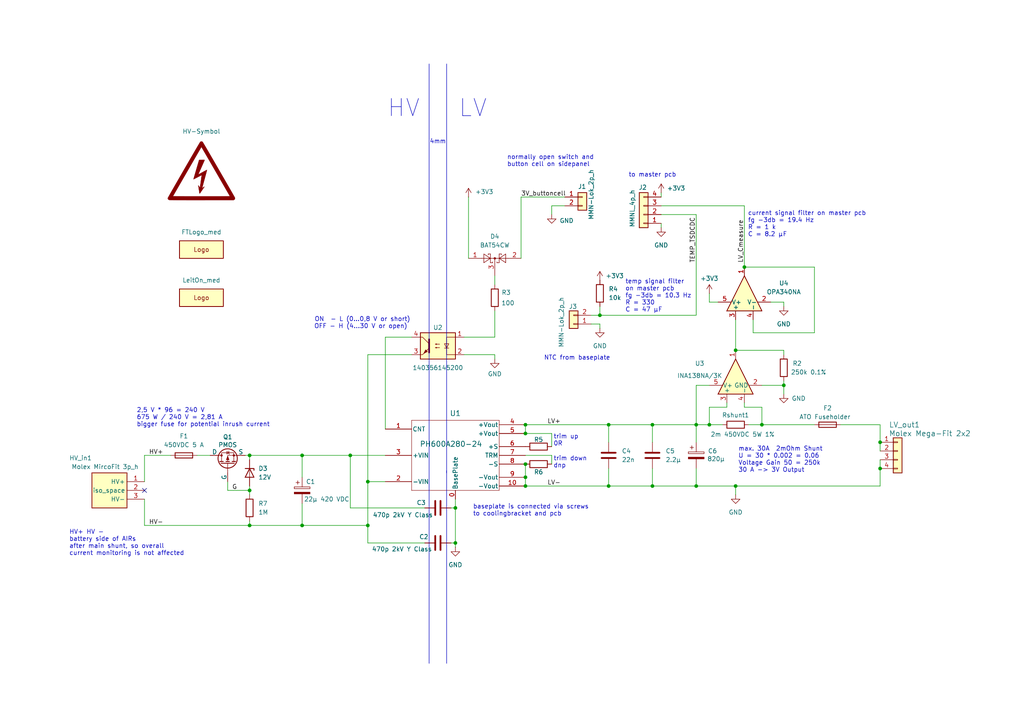
<source format=kicad_sch>
(kicad_sch (version 20231120) (generator "eeschema") (generator_version "8.0")
  (paper "A4")
  (title_block (title "TS-DCDC") (date "2024-12-12") (rev "0.5"))
  (lib_symbols
    (symbol "2024-11-18_21-41-11:PH600A280-24" (pin_names (offset 0.254))
      (property "Reference" "U1" (at 20.32 7.112 0))
      (property "Value" "PH600A280-24" (at 19.05 -1.778 0))
      (symbol "PH600A280-24_0_1"
        (polyline (pts (xy 7.62 -15.24) (xy 33.02 -15.24)) (stroke (width 0.127)))
        (polyline (pts (xy 7.62 5.08) (xy 7.62 -15.24)) (stroke (width 0.127)))
        (polyline (pts (xy 33.02 -15.24) (xy 33.02 5.08)) (stroke (width 0.127)))
        (polyline (pts (xy 33.02 5.08) (xy 7.62 5.08)) (stroke (width 0.127)))
      )
      (symbol "PH600A280-24_1_1"
        (pin passive line (at 20.32 -17.78 90) (length 2.54) (name "BasePlate") (number "0"))
        (pin input line (at 0 2.54 0) (length 7.62) (name "CNT") (number "1"))
        (pin power_out line (at 40.64 -13.97 180) (length 7.62) (name "-Vout") (number "10"))
        (pin power_in line (at 0 -12.7 0) (length 7.62) (name "-VIN") (number "2"))
        (pin power_in line (at 0 -5.08 0) (length 7.62) (name "+VIN") (number "3"))
        (pin power_out line (at 40.64 3.81 180) (length 7.62) (name "+Vout") (number "4"))
        (pin power_out line (at 40.64 1.27 180) (length 7.62) (name "+Vout") (number "5"))
        (pin input line (at 40.64 -2.54 180) (length 7.62) (name "+S") (number "6"))
        (pin input line (at 40.64 -5.08 180) (length 7.62) (name "TRM") (number "7"))
        (pin input line (at 40.64 -7.62 180) (length 7.62) (name "-S") (number "8"))
        (pin power_out line (at 40.64 -11.43 180) (length 7.62) (name "-Vout") (number "9"))
      )
    )
    (symbol "43650-0317:43650-0317"
      (property "Reference" "HV_in1" (at 10.16 -12.7 0))
      (property "Value" "43650-0317" (at 10.16 -10.16 0))
      (symbol "43650-0317_1_1"
        (rectangle (start 5.08 2.54) (end 15.24 -7.62) (stroke (width 0.254)) (fill (type background)))
        (pin power_out line (at 0 -5.08 0) (length 5.08) (name "HV+") (number "1"))
        (pin passive line (at 0 -2.54 0) (length 5.08) (name "iso_space") (number "2"))
        (pin power_out line (at 0 0 0) (length 5.08) (name "HV-") (number "3"))
      )
    )
    (symbol "Amplifier_Current:INA138" (pin_names (offset 0.127))
      (property "Reference" "U" (at 3.81 5.08 0))
      (property "Value" "INA138" (at 3.81 2.54 0))
      (symbol "INA138_0_1"
        (polyline (pts (xy -5.08 5.08) (xy 5.08 0) (xy -5.08 -5.08) (xy -5.08 5.08)) (stroke (width 0.254)) (fill (type background)))
      )
      (symbol "INA138_1_1"
        (pin output line (at 7.62 0 180) (length 2.54) (name "~") (number "1"))
        (pin power_in line (at -2.54 -7.62 90) (length 3.81) (name "GND") (number "2"))
        (pin input line (at -7.62 2.54 0) (length 2.54) (name "+") (number "3"))
        (pin input line (at -7.62 -2.54 0) (length 2.54) (name "-") (number "4"))
        (pin power_in line (at -2.54 7.62 270) (length 3.81) (name "V+") (number "5"))
      )
    )
    (symbol "Amplifier_Operational:OPA340NA" (pin_names (offset 0.127))
      (property "Reference" "U" (at -1.27 6.35 0))
      (property "Value" "OPA340NA" (at -1.27 3.81 0))
      (symbol "OPA340NA_0_1"
        (polyline (pts (xy -5.08 5.08) (xy 5.08 0) (xy -5.08 -5.08) (xy -5.08 5.08)) (stroke (width 0.254)) (fill (type background)))
        (pin power_in line (at -2.54 -7.62 90) (length 3.81) (name "V-") (number "2"))
        (pin power_in line (at -2.54 7.62 270) (length 3.81) (name "V+") (number "5"))
      )
      (symbol "OPA340NA_1_1"
        (pin output line (at 7.62 0 180) (length 2.54) (name "~") (number "1"))
        (pin input line (at -7.62 2.54 0) (length 2.54) (name "+") (number "3"))
        (pin input line (at -7.62 -2.54 0) (length 2.54) (name "-") (number "4"))
      )
    )
    (symbol "Connector_Generic:Conn_01x02" (pin_names (offset 1.016) hide)
      (property "Reference" "J" (at 0 2.54 0))
      (property "Value" "Conn_01x02" (at 0 -5.08 0))
      (symbol "Conn_01x02_1_1"
        (rectangle (start -1.27 -2.413) (end 0 -2.667) (stroke (width 0.1524)))
        (rectangle (start -1.27 0.127) (end 0 -0.127) (stroke (width 0.1524)))
        (rectangle (start -1.27 1.27) (end 1.27 -3.81) (stroke (width 0.254)) (fill (type background)))
        (pin passive line (at -5.08 0 0) (length 3.81) (name "Pin_1") (number "1"))
        (pin passive line (at -5.08 -2.54 0) (length 3.81) (name "Pin_2") (number "2"))
      )
    )
    (symbol "Connector_Generic:Conn_01x04" (pin_names (offset 1.016) hide)
      (property "Reference" "J" (at 0 5.08 0))
      (property "Value" "Conn_01x04" (at 0 -7.62 0))
      (symbol "Conn_01x04_1_1"
        (rectangle (start -1.27 -4.953) (end 0 -5.207) (stroke (width 0.1524)))
        (rectangle (start -1.27 -2.413) (end 0 -2.667) (stroke (width 0.1524)))
        (rectangle (start -1.27 0.127) (end 0 -0.127) (stroke (width 0.1524)))
        (rectangle (start -1.27 2.667) (end 0 2.413) (stroke (width 0.1524)))
        (rectangle (start -1.27 3.81) (end 1.27 -6.35) (stroke (width 0.254)) (fill (type background)))
        (pin passive line (at -5.08 2.54 0) (length 3.81) (name "Pin_1") (number "1"))
        (pin passive line (at -5.08 0 0) (length 3.81) (name "Pin_2") (number "2"))
        (pin passive line (at -5.08 -2.54 0) (length 3.81) (name "Pin_3") (number "3"))
        (pin passive line (at -5.08 -5.08 0) (length 3.81) (name "Pin_4") (number "4"))
      )
    )
    (symbol "Device:C" (pin_numbers hide) (pin_names (offset 0.254))
      (property "Reference" "C" (at 0.635 2.54 0))
      (property "Value" "C" (at 0.635 -2.54 0))
      (symbol "C_0_1"
        (polyline (pts (xy -2.032 -0.762) (xy 2.032 -0.762)) (stroke (width 0.508)))
        (polyline (pts (xy -2.032 0.762) (xy 2.032 0.762)) (stroke (width 0.508)))
      )
      (symbol "C_1_1"
        (pin passive line (at 0 3.81 270) (length 2.794) (name "~") (number "1"))
        (pin passive line (at 0 -3.81 90) (length 2.794) (name "~") (number "2"))
      )
    )
    (symbol "Device:C_Polarized" (pin_numbers hide) (pin_names (offset 0.254))
      (property "Reference" "C" (at 0.635 2.54 0))
      (property "Value" "C_Polarized" (at 0.635 -2.54 0))
      (symbol "C_Polarized_0_1"
        (rectangle (start -2.286 0.508) (end 2.286 1.016))
        (polyline (pts (xy -1.778 2.286) (xy -0.762 2.286)))
        (polyline (pts (xy -1.27 2.794) (xy -1.27 1.778)))
        (rectangle (start 2.286 -0.508) (end -2.286 -1.016) (fill (type outline)))
      )
      (symbol "C_Polarized_1_1"
        (pin passive line (at 0 3.81 270) (length 2.794) (name "~") (number "1"))
        (pin passive line (at 0 -3.81 90) (length 2.794) (name "~") (number "2"))
      )
    )
    (symbol "Device:D_Zener" (pin_numbers hide) (pin_names (offset 1.016) hide)
      (property "Reference" "D" (at 0 2.54 0))
      (property "Value" "D_Zener" (at 0 -2.54 0))
      (symbol "D_Zener_0_1"
        (polyline (pts (xy 1.27 0) (xy -1.27 0)))
        (polyline (pts (xy -1.27 -1.27) (xy -1.27 1.27) (xy -0.762 1.27)) (stroke (width 0.254)))
        (polyline (pts (xy 1.27 -1.27) (xy 1.27 1.27) (xy -1.27 0) (xy 1.27 -1.27)) (stroke (width 0.254)))
      )
      (symbol "D_Zener_1_1"
        (pin passive line (at -3.81 0 0) (length 2.54) (name "K") (number "1"))
        (pin passive line (at 3.81 0 180) (length 2.54) (name "A") (number "2"))
      )
    )
    (symbol "Device:Fuse" (pin_numbers hide) (pin_names (offset 0))
      (property "Reference" "F" (at 2.032 0 90))
      (property "Value" "Fuse" (at -1.905 0 90))
      (symbol "Fuse_0_1"
        (rectangle (start -0.762 -2.54) (end 0.762 2.54) (stroke (width 0.254)))
        (polyline (pts (xy 0 2.54) (xy 0 -2.54)))
      )
      (symbol "Fuse_1_1"
        (pin passive line (at 0 3.81 270) (length 1.27) (name "~") (number "1"))
        (pin passive line (at 0 -3.81 90) (length 1.27) (name "~") (number "2"))
      )
    )
    (symbol "Device:R" (pin_numbers hide) (pin_names (offset 0))
      (property "Reference" "R" (at 2.032 0 90))
      (property "Value" "R" (at 0 0 90))
      (symbol "R_0_1"
        (rectangle (start -1.016 -2.54) (end 1.016 2.54) (stroke (width 0.254)))
      )
      (symbol "R_1_1"
        (pin passive line (at 0 3.81 270) (length 1.27) (name "~") (number "1"))
        (pin passive line (at 0 -3.81 90) (length 1.27) (name "~") (number "2"))
      )
    )
    (symbol "Diode:BAT54CW" (pin_names (offset 1.016))
      (property "Reference" "D" (at 0.635 -3.81 0))
      (property "Value" "BAT54CW" (at -6.35 3.175 0))
      (symbol "BAT54CW_0_1"
        (polyline (pts (xy -1.905 0) (xy 1.905 0)))
        (polyline (pts (xy -1.905 1.27) (xy -1.905 1.016)))
        (polyline (pts (xy -1.27 -1.27) (xy -0.635 -1.27)))
        (polyline (pts (xy -1.27 0) (xy -3.81 0)))
        (polyline (pts (xy -1.27 1.27) (xy -1.905 1.27)))
        (polyline (pts (xy -1.27 1.27) (xy -1.27 -1.27)))
        (polyline (pts (xy -0.635 -1.27) (xy -0.635 -1.016)))
        (polyline (pts (xy 0.635 -1.27) (xy 0.635 -1.016)))
        (polyline (pts (xy 1.27 -1.27) (xy 0.635 -1.27)))
        (polyline (pts (xy 1.27 1.27) (xy 1.27 -1.27)))
        (polyline (pts (xy 1.27 1.27) (xy 1.905 1.27)))
        (polyline (pts (xy 1.905 1.27) (xy 1.905 1.016)))
        (polyline (pts (xy 3.81 0) (xy 1.27 0)))
        (polyline (pts (xy -3.175 -1.27) (xy -3.175 1.27) (xy -1.27 0) (xy -3.175 -1.27)))
        (polyline (pts (xy 3.175 -1.27) (xy 3.175 1.27) (xy 1.27 0) (xy 3.175 -1.27)))
        (circle (center 0 0) (radius 0.254) (fill (type outline)))
      )
      (symbol "BAT54CW_1_1"
        (pin passive line (at -7.62 0 0) (length 3.81) (name "~") (number "1"))
        (pin passive line (at 7.62 0 180) (length 3.81) (name "~") (number "2"))
        (pin passive line (at 0 -5.08 90) (length 5.08) (name "~") (number "3"))
      )
    )
    (symbol "FaSTTUBe_logos:FTLogo_med"
      (property "Value" "FTLogo_med" (at 0 -3.81 0))
      (symbol "FTLogo_med_0_0"
        (text "Logo" (at 0 0 0) (effects (font (size 1.27 1.27))))
      )
      (symbol "FTLogo_med_0_1"
        (rectangle (start -6.35 2.54) (end 6.35 -2.54) (stroke (width 0.254)) (fill (type background)))
      )
    )
    (symbol "FaSTTUBe_logos:HV-Symbol" (pin_names (offset 1.016))
      (property "Value" "HV-Symbol" (at 0 -10.16 0))
      (symbol "HV-Symbol_0_0"
        (polyline (pts (xy -0.4892 -6.6071) (xy -0.4759 -6.591) (xy -0.4273 -6.5255) (xy -0.3518 -6.4196) (xy -0.2542 -6.2805) (xy -0.1394 -6.1154) (xy -0.0124 -5.9317) (xy 0.1219 -5.7364) (xy 0.2585 -5.5367) (xy 0.3925 -5.34) (xy 0.5191 -5.1533) (xy 0.6332 -4.984) (xy 0.73 -4.8391) (xy 0.8045 -4.726) (xy 0.8518 -4.6518) (xy 0.8669 -4.6238) (xy 0.8391 -4.6326) (xy 0.7671 -4.6703) (xy 0.6626 -4.7309) (xy 0.537 -4.8081) (xy 0.4195 -4.881) (xy 0.3146 -4.9437) (xy 0.2421 -4.9843) (xy 0.2131 -4.9963) (xy 0.2151 -4.9851) (xy 0.2315 -4.9189) (xy 0.2631 -4.7973) (xy 0.3086 -4.6249) (xy 0.3669 -4.4065) (xy 0.4366 -4.1466) (xy 0.5165 -3.8499) (xy 0.6054 -3.521) (xy 0.702 -3.1645) (xy 0.8051 -2.7851) (xy 0.9135 -2.3873) (xy 0.9755 -2.1599) (xy 1.0812 -1.7709) (xy 1.1809 -1.4024) (xy 1.2735 -1.059) (xy 1.3576 -0.7454) (xy 1.432 -0.4663) (xy 1.4955 -0.2264) (xy 1.5468 -0.0304) (xy 1.5847 0.1171) (xy 1.6079 0.2112) (xy 1.6151 0.2474) (xy 1.6 0.2451) (xy 1.5342 0.2168) (xy 1.4215 0.1619) (xy 1.2678 0.0834) (xy 1.0788 -0.0157) (xy 0.8602 -0.1324) (xy 0.6178 -0.2637) (xy 0.3573 -0.4066) (xy 0.1726 -0.5084) (xy -0.0763 -0.6449) (xy -0.3032 -0.7687) (xy -0.5023 -0.8766) (xy -0.6678 -0.9654) (xy -0.7938 -1.0321) (xy -0.8747 -1.0735) (xy -0.9046 -1.0865) (xy -0.8996 -1.0709) (xy -0.8714 -1.0014) (xy -0.8205 -0.8806) (xy -0.7488 -0.7135) (xy -0.6586 -0.5046) (xy -0.5517 -0.2589) (xy -0.4304 0.0188) (xy -0.2967 0.3239) (xy -0.1526 0.6514) (xy -0.0003 0.9967) (xy 0.1049 1.235) (xy 0.253 1.5703) (xy 0.3921 1.8852) (xy 0.52 2.175) (xy 0.6346 2.4347) (xy 0.7337 2.6594) (xy 0.8152 2.8442) (xy 0.8769 2.9843) (xy 0.9167 3.0747) (xy 0.9323 3.1106) (xy 0.9309 3.1196) (xy 0.9051 3.1304) (xy 0.8453 3.1382) (xy 0.7454 3.1431) (xy 0.599 3.1453) (xy 0.4001 3.1453) (xy 0.1424 3.1431) (xy -0.6646 3.1344) (xy -1.4846 0.343) (xy -1.6044 -0.0656) (xy -1.7195 -0.4592) (xy -1.8277 -0.8304) (xy -1.9277 -1.1747) (xy -2.0183 -1.4878) (xy -2.0981 -1.7651) (xy -2.166 -2.0023) (xy -2.2206 -2.195) (xy -2.2606 -2.3386) (xy -2.2848 -2.4288) (xy -2.2919 -2.4611) (xy -2.286 -2.4597) (xy -2.2336 -2.4367) (xy -2.1322 -2.388) (xy -1.988 -2.3167) (xy -1.807 -2.2259) (xy -1.5954 -2.1186) (xy -1.3593 -1.998) (xy -1.1049 -1.867) (xy -0.9986 -1.8122) (xy -0.7512 -1.6851) (xy -0.5248 -1.5695) (xy -0.3256 -1.4685) (xy -0.1595 -1.3851) (xy -0.0328 -1.3225) (xy 0.0485 -1.2837) (xy 0.0782 -1.2717) (xy 0.0786 -1.2748) (xy 0.0749 -1.3248) (xy 0.063 -1.4299) (xy 0.0441 -1.5831) (xy 0.0189 -1.7774) (xy -0.0114 -2.0057) (xy -0.0458 -2.261) (xy -0.0835 -2.5363) (xy -0.1233 -2.8245) (xy -0.1644 -3.1186) (xy -0.2057 -3.4116) (xy -0.2463 -3.6965) (xy -0.2851 -3.9662) (xy -0.3212 -4.2137) (xy -0.3535 -4.432) (xy -0.3812 -4.614) (xy -0.4032 -4.7527) (xy -0.4186 -4.8411) (xy -0.4263 -4.8721) (xy -0.4486 -4.8511) (xy -0.4999 -4.7857) (xy -0.5714 -4.6867) (xy -0.6549 -4.5646) (xy -0.7311 -4.4535) (xy -0.805 -4.3514) (xy -0.8599 -4.282) (xy -0.8876 -4.2561) (xy -0.9014 -4.2806) (xy -0.8968 -4.3443) (xy -0.8924 -4.369) (xy -0.8778 -4.4566) (xy -0.8553 -4.5949) (xy -0.8262 -4.7758) (xy -0.792 -4.9906) (xy -0.7538 -5.2313) (xy -0.7132 -5.4892) (xy -0.6874 -5.6524) (xy -0.6486 -5.8965) (xy -0.6132 -6.1162) (xy -0.5826 -6.3034) (xy -0.558 -6.4502) (xy -0.5409 -6.5487) (xy -0.5324 -6.5909) (xy -0.521 -6.6112) (xy -0.4892 -6.6071)) (stroke (width 0.01)) (fill (type outline)))
        (polyline (pts (xy -0.7512 -8.4995) (xy 0.0488 -8.4991) (xy 9.3708 -8.4937) (xy 9.4936 -8.4173) (xy 9.5205 -8.3994) (xy 9.6443 -8.2757) (xy 9.7185 -8.1228) (xy 9.7386 -7.9548) (xy 9.6999 -7.7862) (xy 9.6933 -7.7735) (xy 9.6567 -7.7077) (xy 9.5896 -7.5892) (xy 9.4933 -7.4203) (xy 9.3691 -7.2031) (xy 9.2184 -6.9399) (xy 9.0425 -6.6332) (xy 8.8426 -6.285) (xy 8.6201 -5.8977) (xy 8.3763 -5.4736) (xy 8.1124 -5.015) (xy 7.8299 -4.524) (xy 7.53 -4.0031) (xy 7.2139 -3.4544) (xy 6.8831 -2.8803) (xy 6.5389 -2.283) (xy 6.1825 -1.6649) (xy 5.8152 -1.028) (xy 5.4384 -0.3749) (xy 5.0534 0.2924) (xy 4.7596 0.8012) (xy 4.2896 1.615) (xy 3.843 2.3874) (xy 3.4206 3.1175) (xy 3.0228 3.8044) (xy 2.6502 4.447) (xy 2.3033 5.0445) (xy 1.9827 5.5959) (xy 1.6889 6.1003) (xy 1.4225 6.5568) (xy 1.184 6.9643) (xy 0.9739 7.3221) (xy 0.7929 7.6291) (xy 0.6414 7.8844) (xy 0.52 8.0871) (xy 0.4293 8.2362) (xy 0.3697 8.3308) (xy 0.3419 8.37) (xy 0.2962 8.4088) (xy 0.1437 8.4869) (xy -0.0205 8.5068) (xy -0.1836 8.4683) (xy -0.3328 8.3714) (xy -0.3337 8.3705) (xy -0.3625 8.329) (xy -0.4218 8.2342) (xy -0.5102 8.0888) (xy -0.626 7.8955) (xy -0.7675 7.657) (xy -0.9334 7.3761) (xy -1.1219 7.0555) (xy -1.3314 6.698) (xy -1.5605 6.3063) (xy -1.8075 5.8832) (xy -2.0709 5.4313) (xy -2.349 4.9534) (xy -2.6402 4.4523) (xy -2.9431 3.9307) (xy -3.256 3.3913) (xy -3.5774 2.8369) (xy -3.9055 2.2702) (xy -4.239 1.6939) (xy -4.5762 1.1108) (xy -4.9154 0.5236) (xy -5.2553 -0.0649) (xy -5.594 -0.6521) (xy -5.9301 -1.2351) (xy -6.2621 -1.8112) (xy -6.5882 -2.3777) (xy -6.9069 -2.9319) (xy -7.2167 -3.471) (xy -7.516 -3.9923) (xy -7.8032 -4.493) (xy -8.0766 -4.9704) (xy -8.3348 -5.4218) (xy -8.5761 -5.8444) (xy -8.799 -6.2355) (xy -9.0019 -6.5924) (xy -9.1832 -6.9122) (xy -9.3412 -7.1924) (xy -9.4624 -7.4082) (xy -8.2772 -7.4082) (xy -8.2597 -7.3762) (xy -8.2115 -7.291) (xy -8.1342 -7.1555) (xy -8.0294 -6.9726) (xy -7.8989 -6.7452) (xy -7.7442 -6.4761) (xy -7.5671 -6.1683) (xy -7.3692 -5.8245) (xy -7.1521 -5.4478) (xy -6.9176 -5.041) (xy -6.6673 -4.6069) (xy -6.4029 -4.1484) (xy -6.1259 -3.6685) (xy -5.8382 -3.1699) (xy -5.5414 -2.6556) (xy -5.237 -2.1285) (xy -4.9268 -1.5914) (xy -4.6125 -1.0472) (xy -4.2957 -0.4988) (xy -3.9781 0.0509) (xy -3.6613 0.599) (xy -3.347 1.1428) (xy -3.0369 1.6792) (xy -2.7327 2.2054) (xy -2.4359 2.7185) (xy -2.1483 3.2157) (xy -1.8715 3.6941) (xy -1.6072 4.1507) (xy -1.357 4.5828) (xy -1.1227 4.9874) (xy -0.9058 5.3616) (xy -0.7081 5.7026) (xy -0.5312 6.0075) (xy -0.3768 6.2734) (xy -0.2465 6.4974) (xy -0.142 6.6766) (xy -0.065 6.8083) (xy -0.0171 6.8894) (xy 0 6.9171) (xy 0.0002 6.917) (xy 0.0191 6.8867) (xy 0.0688 6.803) (xy 0.1474 6.669) (xy 0.2535 6.4875) (xy 0.3853 6.2614) (xy 0.5411 5.9935) (xy 0.7192 5.6868) (xy 0.9181 5.3441) (xy 1.1361 4.9683) (xy 1.3714 4.5623) (xy 1.6225 4.129) (xy 1.8876 3.6712) (xy 2.1651 3.1917) (xy 2.4534 2.6936) (xy 2.7507 2.1797) (xy 3.0554 1.6528) (xy 3.3659 1.1159) (xy 3.6804 0.5717) (xy 3.9974 0.0233) (xy 4.3151 -0.5266) (xy 4.632 -1.0751) (xy 4.9462 -1.6192) (xy 5.2562 -2.1561) (xy 5.5603 -2.6829) (xy 5.8568 -3.1968) (xy 6.1442 -3.6948) (xy 6.4206 -4.1741) (xy 6.6844 -4.6318) (xy 6.9341 -5.065) (xy 7.1679 -5.4708) (xy 7.3841 -5.8465) (xy 7.5811 -6.189) (xy 7.7572 -6.4955) (xy 7.9109 -6.7631) (xy 8.0403 -6.989) (xy 8.1438 -7.1703) (xy 8.2198 -7.304) (xy 8.2667 -7.3874) (xy 8.2827 -7.4175) (xy 8.2727 -7.4185) (xy 8.2056 -7.4203) (xy 8.0779 -7.422) (xy 7.8921 -7.4237) (xy 7.6511 -7.4253) (xy 7.3575 -7.4269) (xy 7.0141 -7.4284) (xy 6.6236 -7.4298) (xy 6.1887 -7.4311) (xy 5.7121 -7.4324) (xy 5.1966 -7.4335) (xy 4.6448 -7.4345) (xy 4.0596 -7.4354) (xy 3.4436 -7.4362) (xy 2.7996 -7.4369) (xy 2.1302 -7.4374) (xy 1.4382 -7.4378) (xy 0.7264 -7.438) (xy -0.0027 -7.4381) (xy -0.309 -7.4381) (xy -1.147 -7.4379) (xy -1.9474 -7.4374) (xy -2.7085 -7.4368) (xy -3.4285 -7.4359) (xy -4.1058 -7.4349) (xy -4.7386 -7.4336) (xy -5.3253 -7.4322) (xy -5.8641 -7.4305) (xy -6.3533 -7.4287) (xy -6.7913 -7.4267) (xy -7.1762 -7.4245) (xy -7.5064 -7.4222) (xy -7.7802 -7.4197) (xy -7.9959 -7.417) (xy -8.1518 -7.4142) (xy -8.2461 -7.4113) (xy -8.2772 -7.4082) (xy -9.4624 -7.4082) (xy -9.4746 -7.43) (xy -9.5816 -7.6225) (xy -9.6606 -7.7671) (xy -9.7102 -7.8609) (xy -9.7287 -7.9014) (xy -9.7289 -7.9026) (xy -9.7335 -8.0172) (xy -9.7143 -8.1285) (xy -9.6792 -8.2033) (xy -9.5907 -8.3193) (xy -9.4796 -8.4176) (xy -9.3676 -8.4762) (xy -9.3591 -8.4772) (xy -9.2932 -8.4796) (xy -9.1659 -8.4819) (xy -8.9795 -8.484) (xy -8.7364 -8.4861) (xy -8.4391 -8.488) (xy -8.09 -8.4898) (xy -7.6916 -8.4915) (xy -7.2463 -8.493) (xy -6.7565 -8.4944) (xy -6.2247 -8.4957) (xy -5.6534 -8.4968) (xy -5.045 -8.4977) (xy -4.4018 -8.4984) (xy -3.7264 -8.499) (xy -3.0212 -8.4994) (xy -2.2887 -8.4997) (xy -1.5312 -8.4997) (xy -0.7512 -8.4995)) (stroke (width 0.01)) (fill (type outline)))
      )
    )
    (symbol "FaSTTUBe_logos:LeitOn_med"
      (property "Value" "LeitOn_med" (at 0 -3.81 0))
      (symbol "LeitOn_med_0_0"
        (text "Logo" (at 0 0 0) (effects (font (size 1.27 1.27))))
      )
      (symbol "LeitOn_med_0_1"
        (rectangle (start -6.35 2.54) (end 6.35 -2.54) (stroke (width 0.254)) (fill (type background)))
      )
    )
    (symbol "Relay_SolidState:34.81-7048"
      (property "Reference" "U2" (at 0 5.334 0))
      (property "Value" "140356145200" (at 0 -6.35 0))
      (symbol "34.81-7048_0_1"
        (rectangle (start -5.08 3.81) (end 5.08 -3.81) (stroke (width 0.254)) (fill (type background)))
        (polyline (pts (xy -3.175 -0.635) (xy -1.905 -0.635)))
        (polyline (pts (xy 2.54 1.905) (xy 2.54 -1.905) (xy 2.54 -1.905)) (stroke (width 0.508)))
        (polyline (pts (xy -5.08 2.54) (xy -2.54 2.54) (xy -2.54 -2.54) (xy -5.08 -2.54)))
        (polyline (pts (xy -2.54 -0.635) (xy -3.175 0.635) (xy -1.905 0.635) (xy -2.54 -0.635)))
        (polyline (pts (xy -0.508 -0.508) (xy 0.762 -0.508) (xy 0.381 -0.635) (xy 0.381 -0.381) (xy 0.762 -0.508)))
        (polyline (pts (xy -0.508 0.508) (xy 0.762 0.508) (xy 0.381 0.381) (xy 0.381 0.635) (xy 0.762 0.508)))
        (polyline (pts (xy 3.048 -1.651) (xy 3.556 -1.143) (xy 4.064 -2.159) (xy 3.048 -1.651) (xy 3.048 -1.651)) (fill (type outline)))
        (polyline (pts (xy 5.08 2.54) (xy 4.445 2.54) (xy 2.54 0.635) (xy 2.54 -0.635) (xy 4.445 -2.54) (xy 5.08 -2.54)))
      )
      (symbol "34.81-7048_1_1"
        (pin passive line (at -7.62 2.54 0) (length 2.54) (name "") (number "1"))
        (pin passive line (at -7.62 -2.54 0) (length 2.54) (name "~") (number "2"))
        (pin passive line (at 7.62 -2.54 180) (length 2.54) (name "~") (number "3"))
        (pin passive line (at 7.62 2.54 180) (length 2.54) (name "~") (number "4"))
      )
    )
    (symbol "Simulation_SPICE:PMOS" (pin_numbers hide) (pin_names (offset 0))
      (property "Reference" "Q" (at 5.08 1.27 0))
      (property "Value" "PMOS" (at 5.08 -1.27 0))
      (symbol "PMOS_0_1"
        (polyline (pts (xy 0.254 0) (xy -2.54 0)))
        (polyline (pts (xy 0.254 1.905) (xy 0.254 -1.905)) (stroke (width 0.254)))
        (polyline (pts (xy 0.762 -1.27) (xy 0.762 -2.286)) (stroke (width 0.254)))
        (polyline (pts (xy 0.762 0.508) (xy 0.762 -0.508)) (stroke (width 0.254)))
        (polyline (pts (xy 0.762 2.286) (xy 0.762 1.27)) (stroke (width 0.254)))
        (polyline (pts (xy 2.54 2.54) (xy 2.54 1.778)))
        (polyline (pts (xy 2.54 -2.54) (xy 2.54 0) (xy 0.762 0)))
        (polyline (pts (xy 0.762 1.778) (xy 3.302 1.778) (xy 3.302 -1.778) (xy 0.762 -1.778)))
        (polyline (pts (xy 2.286 0) (xy 1.27 0.381) (xy 1.27 -0.381) (xy 2.286 0)) (fill (type outline)))
        (polyline (pts (xy 2.794 -0.508) (xy 2.921 -0.381) (xy 3.683 -0.381) (xy 3.81 -0.254)))
        (polyline (pts (xy 3.302 -0.381) (xy 2.921 0.254) (xy 3.683 0.254) (xy 3.302 -0.381)))
        (circle (center 1.651 0) (radius 2.794) (stroke (width 0.254)))
        (circle (center 2.54 -1.778) (radius 0.254) (fill (type outline)))
        (circle (center 2.54 1.778) (radius 0.254) (fill (type outline)))
      )
      (symbol "PMOS_1_1"
        (pin passive line (at 2.54 5.08 270) (length 2.54) (name "D") (number "1"))
        (pin input line (at -5.08 0 0) (length 2.54) (name "G") (number "2"))
        (pin passive line (at 2.54 -5.08 90) (length 2.54) (name "S") (number "3"))
      )
    )
    (symbol "power:+3V3" (power) (pin_numbers hide) (pin_names (offset 0) hide)
      (property "Value" "+3V3" (at 0 3.556 0))
      (symbol "+3V3_0_1"
        (polyline (pts (xy -0.762 1.27) (xy 0 2.54)))
        (polyline (pts (xy 0 0) (xy 0 2.54)))
        (polyline (pts (xy 0 2.54) (xy 0.762 1.27)))
      )
      (symbol "+3V3_1_1"
        (pin power_in line (at 0 0 90) (length 0) (name "~") (number "1"))
      )
    )
    (symbol "power:GND" (power) (pin_numbers hide) (pin_names (offset 0) hide)
      (property "Value" "GND" (at 0 -3.81 0))
      (symbol "GND_0_1"
        (polyline (pts (xy 0 0) (xy 0 -1.27) (xy 1.27 -1.27) (xy 0 -2.54) (xy -1.27 -1.27) (xy 0 -1.27)))
      )
      (symbol "GND_1_1"
        (pin power_in line (at 0 0 270) (length 0) (name "~") (number "1"))
      )
    )
  )
  (junction (at 213.36 140.97))
  (junction (at 189.23 140.97))
  (junction (at 201.93 140.97))
  (junction (at 106.68 139.7))
  (junction (at 87.63 152.4))
  (junction (at 152.4 134.62))
  (junction (at 189.23 123.19))
  (junction (at 152.4 125.73))
  (junction (at 176.53 123.19))
  (junction (at 152.4 138.43))
  (junction (at 213.36 101.6))
  (junction (at 152.4 123.19))
  (junction (at 132.08 157.48))
  (junction (at 106.68 152.4))
  (junction (at 152.4 140.97))
  (junction (at 72.39 132.08))
  (junction (at 72.39 142.24))
  (junction (at 205.74 123.19))
  (junction (at 201.93 123.19))
  (junction (at 176.53 140.97))
  (junction (at 255.27 135.89))
  (junction (at 72.39 152.4))
  (junction (at 173.99 91.44))
  (junction (at 220.98 123.19))
  (junction (at 255.27 128.27))
  (junction (at 132.08 147.32))
  (junction (at 215.9 77.47))
  (junction (at 101.6 132.08))
  (junction (at 227.33 111.76))
  (junction (at 87.63 132.08))
  (no_connect (at 41.91 142.24))
  (wire (pts (xy 213.36 140.97) (xy 213.36 143.51)))
  (wire (pts (xy 160.02 125.73) (xy 152.4 125.73)))
  (wire (pts (xy 151.13 57.15) (xy 151.13 74.93)))
  (wire (pts (xy 191.77 59.69) (xy 215.9 59.69)))
  (wire (pts (xy 41.91 152.4) (xy 41.91 144.78)))
  (wire (pts (xy 176.53 123.19) (xy 176.53 128.27)))
  (wire (pts (xy 176.53 135.89) (xy 176.53 140.97)))
  (wire (pts (xy 111.76 97.79) (xy 111.76 124.46)))
  (wire (pts (xy 160.02 59.69) (xy 160.02 62.23)))
  (wire (pts (xy 201.93 123.19) (xy 205.74 123.19)))
  (wire (pts (xy 201.93 111.76) (xy 205.74 111.76)))
  (wire (pts (xy 106.68 139.7) (xy 111.76 139.7)))
  (wire (pts (xy 151.13 57.15) (xy 163.83 57.15)))
  (wire (pts (xy 132.08 157.48) (xy 130.81 157.48)))
  (wire (pts (xy 106.68 139.7) (xy 106.68 152.4)))
  (wire (pts (xy 201.93 62.23) (xy 201.93 91.44)))
  (wire (pts (xy 173.99 93.98) (xy 171.45 93.98)))
  (wire (pts (xy 143.51 80.01) (xy 143.51 82.55)))
  (wire (pts (xy 205.74 123.19) (xy 209.55 123.19)))
  (wire (pts (xy 134.62 102.87) (xy 143.51 102.87)))
  (wire (pts (xy 134.62 97.79) (xy 143.51 97.79)))
  (wire (pts (xy 201.93 111.76) (xy 201.93 123.19)))
  (wire (pts (xy 210.82 116.84) (xy 210.82 118.11)))
  (wire (pts (xy 210.82 118.11) (xy 205.74 118.11)))
  (wire (pts (xy 135.89 57.15) (xy 135.89 74.93)))
  (wire (pts (xy 218.44 96.52) (xy 236.22 96.52)))
  (wire (pts (xy 243.84 123.19) (xy 255.27 123.19)))
  (wire (pts (xy 227.33 111.76) (xy 227.33 114.3)))
  (wire (pts (xy 152.4 123.19) (xy 176.53 123.19)))
  (polyline (pts (xy 124.46 18.542) (xy 124.46 192.405)))
  (wire (pts (xy 160.02 132.08) (xy 160.02 134.62)))
  (wire (pts (xy 208.28 87.63) (xy 205.74 87.63)))
  (wire (pts (xy 191.77 66.04) (xy 191.77 64.77)))
  (wire (pts (xy 152.4 138.43) (xy 152.4 134.62)))
  (wire (pts (xy 41.91 152.4) (xy 72.39 152.4)))
  (wire (pts (xy 132.08 147.32) (xy 132.08 157.48)))
  (wire (pts (xy 220.98 118.11) (xy 220.98 123.19)))
  (wire (pts (xy 255.27 128.27) (xy 255.27 130.81)))
  (wire (pts (xy 227.33 88.9) (xy 227.33 87.63)))
  (wire (pts (xy 71.12 132.08) (xy 72.39 132.08)))
  (wire (pts (xy 72.39 133.35) (xy 72.39 132.08)))
  (wire (pts (xy 72.39 143.51) (xy 72.39 142.24)))
  (wire (pts (xy 66.04 139.7) (xy 66.04 142.24)))
  (wire (pts (xy 106.68 152.4) (xy 106.68 157.48)))
  (wire (pts (xy 189.23 140.97) (xy 201.93 140.97)))
  (wire (pts (xy 213.36 92.71) (xy 213.36 101.6)))
  (wire (pts (xy 213.36 140.97) (xy 255.27 140.97)))
  (wire (pts (xy 173.99 88.9) (xy 173.99 91.44)))
  (wire (pts (xy 72.39 152.4) (xy 87.63 152.4)))
  (wire (pts (xy 173.99 91.44) (xy 201.93 91.44)))
  (wire (pts (xy 189.23 123.19) (xy 189.23 128.27)))
  (wire (pts (xy 220.98 111.76) (xy 227.33 111.76)))
  (wire (pts (xy 189.23 135.89) (xy 189.23 140.97)))
  (wire (pts (xy 201.93 135.89) (xy 201.93 140.97)))
  (wire (pts (xy 220.98 118.11) (xy 215.9 118.11)))
  (wire (pts (xy 87.63 152.4) (xy 106.68 152.4)))
  (wire (pts (xy 106.68 102.87) (xy 119.38 102.87)))
  (wire (pts (xy 87.63 132.08) (xy 101.6 132.08)))
  (wire (pts (xy 132.08 144.78) (xy 132.08 147.32)))
  (polyline (pts (xy 129.54 136.525) (xy 129.54 192.405)))
  (wire (pts (xy 152.4 123.19) (xy 152.4 125.73)))
  (wire (pts (xy 87.63 132.08) (xy 87.63 138.43)))
  (wire (pts (xy 191.77 57.15) (xy 191.77 55.88)))
  (wire (pts (xy 236.22 77.47) (xy 215.9 77.47)))
  (wire (pts (xy 72.39 142.24) (xy 72.39 140.97)))
  (wire (pts (xy 205.74 118.11) (xy 205.74 123.19)))
  (wire (pts (xy 101.6 132.08) (xy 111.76 132.08)))
  (wire (pts (xy 106.68 102.87) (xy 106.68 139.7)))
  (wire (pts (xy 236.22 96.52) (xy 236.22 77.47)))
  (wire (pts (xy 60.96 132.08) (xy 57.15 132.08)))
  (wire (pts (xy 72.39 132.08) (xy 87.63 132.08)))
  (wire (pts (xy 163.83 59.69) (xy 160.02 59.69)))
  (wire (pts (xy 152.4 132.08) (xy 160.02 132.08)))
  (wire (pts (xy 176.53 123.19) (xy 189.23 123.19)))
  (wire (pts (xy 227.33 87.63) (xy 223.52 87.63)))
  (wire (pts (xy 173.99 91.44) (xy 171.45 91.44)))
  (wire (pts (xy 72.39 151.13) (xy 72.39 152.4)))
  (wire (pts (xy 201.93 140.97) (xy 213.36 140.97)))
  (wire (pts (xy 217.17 123.19) (xy 220.98 123.19)))
  (wire (pts (xy 215.9 59.69) (xy 215.9 77.47)))
  (wire (pts (xy 152.4 140.97) (xy 176.53 140.97)))
  (polyline (pts (xy 129.54 18.542) (xy 129.54 137.16)))
  (wire (pts (xy 123.19 147.32) (xy 101.6 147.32)))
  (wire (pts (xy 152.4 140.97) (xy 152.4 138.43)))
  (wire (pts (xy 255.27 133.35) (xy 255.27 135.89)))
  (wire (pts (xy 66.04 142.24) (xy 72.39 142.24)))
  (wire (pts (xy 176.53 140.97) (xy 189.23 140.97)))
  (wire (pts (xy 173.99 93.98) (xy 173.99 95.25)))
  (wire (pts (xy 215.9 118.11) (xy 215.9 116.84)))
  (wire (pts (xy 255.27 135.89) (xy 255.27 140.97)))
  (wire (pts (xy 189.23 123.19) (xy 201.93 123.19)))
  (wire (pts (xy 143.51 97.79) (xy 143.51 90.17)))
  (wire (pts (xy 132.08 147.32) (xy 130.81 147.32)))
  (wire (pts (xy 132.08 158.75) (xy 132.08 157.48)))
  (wire (pts (xy 101.6 147.32) (xy 101.6 132.08)))
  (wire (pts (xy 106.68 157.48) (xy 123.19 157.48)))
  (wire (pts (xy 111.76 97.79) (xy 119.38 97.79)))
  (wire (pts (xy 227.33 101.6) (xy 227.33 102.87)))
  (wire (pts (xy 220.98 123.19) (xy 236.22 123.19)))
  (wire (pts (xy 41.91 132.08) (xy 49.53 132.08)))
  (wire (pts (xy 213.36 101.6) (xy 227.33 101.6)))
  (wire (pts (xy 205.74 87.63) (xy 205.74 85.09)))
  (wire (pts (xy 41.91 132.08) (xy 41.91 139.7)))
  (wire (pts (xy 255.27 123.19) (xy 255.27 128.27)))
  (wire (pts (xy 227.33 110.49) (xy 227.33 111.76)))
  (wire (pts (xy 201.93 62.23) (xy 191.77 62.23)))
  (wire (pts (xy 218.44 96.52) (xy 218.44 92.71)))
  (wire (pts (xy 87.63 152.4) (xy 87.63 146.05)))
  (wire (pts (xy 143.51 102.87) (xy 143.51 104.14)))
  (wire (pts (xy 160.02 129.54) (xy 160.02 125.73)))
  (wire (pts (xy 201.93 123.19) (xy 201.93 128.27)))
  (text "trim down\ndnp" (at 160.528 134.112 0) (effects (font (size 1.27 1.27)) (justify left)))
  (text " ON  - L (0...0,8 V or short)\nOFF - H (4...30 V or open)" (at 104.648 93.726 0) (effects (font (size 1.27 1.27))))
  (text "max. 30A  2mOhm Shunt \nU = 30 * 0.002 = 0.06\nVoltage Gain 50 = 250k\n30 A -> 3V Output\n" (at 214.122 133.35 0) (effects (font (size 1.27 1.27)) (justify left)))
  (text "trim up\n0R" (at 160.528 127.762 0) (effects (font (size 1.27 1.27)) (justify left)))
  (text "2,5 V * 96 = 240 V\n675 W / 240 V = 2,81 A\nbigger fuse for potential inrush current\n\n" (at 39.624 122.174 0) (effects (font (size 1.27 1.27)) (justify left)))
  (text "current signal filter on master pcb\nfg -3db = 19.4 Hz\nR = 1 k\nC = 8.2 µF\n" (at 216.916 65.024 0) (effects (font (size 1.27 1.27)) (justify left)))
  (text "LV" (at 137.16 31.496 0) (effects (font (size 5 5))))
  (text "4mm" (at 127 41.148 0) (effects (font (size 1.27 1.27))))
  (text "normally open switch and\nbutton cell on sidepanel\n " (at 147.066 44.958 0) (effects (font (size 1.27 1.27)) (justify left top)))
  (text "NTC from baseplate" (at 167.386 103.886 0) (effects (font (size 1.27 1.27))))
  (text "HV" (at 117.094 31.496 0) (effects (font (size 5 5))))
  (text "HV+ HV -\nbattery side of AIRs\nafter main shunt, so overall \ncurrent monitoring is not affected" (at 20.066 157.48 0) (effects (font (size 1.27 1.27)) (justify left)))
  (text "to master pcb" (at 189.23 50.8 0) (effects (font (size 1.27 1.27))))
  (text "baseplate is connected via screws\nto coolingbracket and pcb\n" (at 137.16 148.082 0) (effects (font (size 1.27 1.27)) (justify left)))
  (text "temp signal filter \non master pcb\nfg -3db = 10.3 Hz\nR = 330\nC = 47 µF" (at 181.356 85.852 0) (effects (font (size 1.27 1.27)) (justify left)))
  (label "LV+" (at 158.75 123.19 0))
  (label "LV-" (at 158.75 140.97 0))
  (label "TEMP_TSDCDC" (at 201.93 76.2 90))
  (label "G" (at 67.31 142.24 0))
  (label "LV_Cmeasure" (at 215.9 76.2 90))
  (label "3V_buttoncell" (at 151.13 57.15 0))
  (label "HV+" (at 43.18 132.08 0))
  (label "HV-" (at 43.18 152.4 0))
  (symbol (lib_id "Device:C") (at 176.53 132.08 0) (unit 1)
    (property "Reference" "C4" (at 180.34 130.8099 0) (effects (justify left)))
    (property "Value" "22n" (at 180.34 133.3499 0) (effects (justify left)))
    (property "Footprint" "Capacitor_SMD:C_1206_3216Metric" (effects (hide yes)))
    (property "Description" "Unpolarized capacitor" (effects (hide yes)))
  )
  (symbol (lib_id "Device:R") (at 72.39 147.32 0) (unit 1)
    (property "Reference" "R7" (at 74.93 146.0499 0) (effects (justify left)))
    (property "Value" "1M" (at 74.93 148.5899 0) (effects (justify left)))
    (property "Footprint" "Resistor_SMD:R_0603_1608Metric" (effects (hide yes)))
    (property "Description" "Resistor" (effects (hide yes)))
  )
  (symbol (lib_id "Connector_Generic:Conn_01x04") (at 186.69 62.23 180) (unit 1)
    (property "Reference" "J2" (at 186.436 54.356 0))
    (property "Value" "MMNL_4p_h" (at 183.388 60.452 90))
    (property "Footprint" "FaSTTUBe_connectors:Micro_Mate-N-Lok_4p_horizontal" (effects (hide yes)))
    (property "Description" "Generic connector, single row, 01x04, script generated (kicad-library-utils/schlib/autogen/connector/)" (effects (hide yes)))
  )
  (symbol (lib_id "power:GND") (at 213.36 143.51 0) (unit 1)
    (property "Reference" "#PWR01" (effects (hide yes)))
    (property "Value" "GND" (at 213.36 148.59 0))
    (property "Description" "Power symbol creates a global label with name \"GND\" , ground" (effects (hide yes)))
  )
  (symbol (lib_id "Device:D_Zener") (at 72.39 137.16 270) (unit 1)
    (property "Reference" "D3" (at 74.93 135.8899 90) (effects (justify left)))
    (property "Value" "12V" (at 74.93 138.4299 90) (effects (justify left)))
    (property "Footprint" "Diode_SMD:D_SOD-323" (effects (hide yes)))
    (property "Datasheet" "https://assets.nexperia.com/documents/data-sheet/PDZ-B_SER.pdf" (effects (hide yes)))
    (property "Description" "Zener diode" (effects (hide yes)))
  )
  (symbol (lib_id "power:+3V3") (at 191.77 55.88 0) (mirror y) (unit 1)
    (property "Reference" "#PWR05" (effects (hide yes)))
    (property "Value" "+3V3" (at 196.088 54.61 0))
    (property "Description" "Power symbol creates a global label with name \"+3V3\"" (effects (hide yes)))
  )
  (symbol (lib_id "Amplifier_Operational:OPA340NA") (at 215.9 85.09 90) (unit 1)
    (property "Reference" "U4" (at 227.33 82.1338 90))
    (property "Value" "OPA340NA" (at 227.33 84.6738 90))
    (property "Footprint" "Package_TO_SOT_SMD:SOT-23-5" (effects (hide yes)))
    (property "Datasheet" "http://www.ti.com/lit/ds/symlink/opa340.pdf" (effects (hide yes)))
    (property "Description" "Single Single-Supply, Rail-to-Rail Operational Amplifier, MicroAmplifier Series, SOT-23-5" (effects (hide yes)))
  )
  (symbol (lib_id "Device:C_Polarized") (at 87.63 142.24 0) (unit 1)
    (property "Reference" "C1" (at 91.44 139.7 0) (effects (justify right)))
    (property "Value" "22µ 420 VDC" (at 101.346 144.78 0) (effects (justify right)))
    (property "Footprint" "footprints:CAPPRD500W60D1275H2200" (effects (hide yes)))
    (property "Datasheet" "https://www.mouser.de/datasheet/2/293/e_ucy-3082387.pdf" (effects (hide yes)))
    (property "Description" "Polarized capacitor" (effects (hide yes)))
  )
  (symbol (lib_id "Device:C") (at 127 157.48 90) (unit 1)
    (property "Reference" "C2" (at 122.936 155.702 90))
    (property "Value" "470p 2kV Y Class" (at 116.586 159.258 90))
    (property "Footprint" "Capacitor_SMD:C_2220_5750Metric" (effects (hide yes)))
    (property "Datasheet" "https://www.vishay.com/docs/45255/vjsafetycertcaps.pdf" (effects (hide yes)))
    (property "Description" "Unpolarized capacitor" (effects (hide yes)))
  )
  (symbol (lib_id "2024-11-18_21-41-11:PH600A280-24") (at 111.76 127 0) (unit 1)
    (property "Reference" "U1" (at 132.08 119.888 0) (effects (font (size 1.524 1.524))))
    (property "Value" "PH600A280-24" (at 130.81 128.778 0) (effects (font (size 1.524 1.524))))
    (property "Footprint" "footprints:PH300A_thru_PH600A_TDK" (effects (hide yes)))
    (property "Datasheet" "PH600A280-24" (effects (hide yes)))
  )
  (symbol (lib_id "Device:R") (at 156.21 134.62 90) (unit 1)
    (property "Reference" "R6" (at 156.21 136.906 90))
    (property "Value" "R" (effects (hide yes)))
    (property "Footprint" "Resistor_SMD:R_0603_1608Metric" (effects (hide yes)))
    (property "Description" "Resistor" (effects (hide yes)))
  )
  (symbol (lib_id "power:+3V3") (at 173.99 81.28 0) (mirror y) (unit 1)
    (property "Reference" "#PWR08" (effects (hide yes)))
    (property "Value" "+3V3" (at 178.308 80.01 0))
    (property "Description" "Power symbol creates a global label with name \"+3V3\"" (effects (hide yes)))
  )
  (symbol (lib_id "FaSTTUBe_logos:HV-Symbol") (at 58.42 49.53 0) (unit 1)
    (property "Reference" "#Logo2" (effects (hide yes)))
    (property "Value" "HV-Symbol" (at 58.4225 38.1 0))
    (property "Footprint" "FaSTTUBe_logos:HV-Warning" (effects (hide yes)))
  )
  (symbol (lib_id "power:GND") (at 227.33 114.3 0) (unit 1)
    (property "Reference" "#PWR02" (effects (hide yes)))
    (property "Value" "GND" (at 231.648 115.57 0))
    (property "Description" "Power symbol creates a global label with name \"GND\" , ground" (effects (hide yes)))
  )
  (symbol (lib_id "FaSTTUBe_logos:LeitOn_med") (at 58.42 86.36 0) (unit 1)
    (property "Reference" "#Logo3" (effects (hide yes)))
    (property "Value" "LeitOn_med" (at 58.42 81.28 0))
    (property "Footprint" "FaSTTUBe_logos:LeitOn_medium" (effects (hide yes)))
  )
  (symbol (lib_id "Device:Fuse") (at 53.34 132.08 90) (unit 1)
    (property "Reference" "F1" (at 53.34 126.492 90))
    (property "Value" "450VDC 5 A" (at 53.34 129.032 90))
    (property "Footprint" "footprints:0ACG5000TE" (effects (hide yes)))
    (property "Datasheet" "https://www.mouser.de/datasheet/2/643/ds_CP_0ACG_series-2000946.pdf" (effects (hide yes)))
    (property "Description" "Fuse" (effects (hide yes)))
  )
  (symbol (lib_id "power:GND") (at 132.08 158.75 0) (unit 1)
    (property "Reference" "#PWR010" (effects (hide yes)))
    (property "Value" "GND" (at 132.08 163.83 0))
    (property "Description" "Power symbol creates a global label with name \"GND\" , ground" (effects (hide yes)))
  )
  (symbol (lib_id "Relay_SolidState:34.81-7048") (at 127 100.33 0) (mirror y) (unit 1)
    (property "Reference" "U2" (at 127 94.996 0))
    (property "Value" "140356145200" (at 127 106.68 0))
    (property "Footprint" "footprints:SOP254P700X210-4N" (effects (hide yes)))
    (property "Datasheet" "https://www.we-online.com/components/products/datasheet/140356145200.pdf" (effects (hide yes)))
    (property "Description" "Ultra-Slim Solid-State Relay, 0.1A, 48V DC output switching" (effects (hide yes)))
  )
  (symbol (lib_id "Device:C_Polarized") (at 201.93 132.08 0) (unit 1)
    (property "Reference" "C6" (at 208.026 130.81 0) (effects (justify right)))
    (property "Value" "820µ" (at 210.312 133.096 0) (effects (justify right)))
    (property "Footprint" "Capacitor_THT:CP_Radial_D16.0mm_P7.50mm" (effects (hide yes)))
    (property "Datasheet" "https://www.mouser.de/datasheet/2/420/7964717934d9b174c3ba48-1210810.pdf" (effects (hide yes)))
    (property "Description" "Polarized capacitor" (effects (hide yes)))
  )
  (symbol (lib_id "Connector_Generic:Conn_01x04") (at 260.35 130.81 0) (unit 1)
    (property "Reference" "LV_out1" (at 257.81 123.19 0) (effects (font (size 1.524 1.524)) (justify left)))
    (property "Value" "Molex Mega-Fit 2x2" (at 257.81 125.73 0) (effects (font (size 1.524 1.524)) (justify left)))
    (property "Footprint" "footprints:CONN_SD-76825-0100_04_MOL" (effects (hide yes)))
    (property "Description" "Generic connector, single row, 01x04, script generated (kicad-library-utils/schlib/autogen/connector/)" (effects (hide yes)))
  )
  (symbol (lib_id "power:+3V3") (at 135.89 57.15 0) (unit 1)
    (property "Reference" "#PWR09" (effects (hide yes)))
    (property "Value" "+3V3" (at 140.462 55.626 0))
    (property "Description" "Power symbol creates a global label with name \"+3V3\"" (effects (hide yes)))
  )
  (symbol (lib_id "power:GND") (at 173.99 95.25 0) (unit 1)
    (property "Reference" "#PWR06" (effects (hide yes)))
    (property "Value" "GND" (at 173.99 100.33 0))
    (property "Description" "Power symbol creates a global label with name \"GND\" , ground" (effects (hide yes)))
  )
  (symbol (lib_id "Device:R") (at 173.99 85.09 0) (unit 1)
    (property "Reference" "R4" (at 176.53 83.8199 0) (effects (justify left)))
    (property "Value" "10k" (at 176.53 86.3599 0) (effects (justify left)))
    (property "Footprint" "Resistor_SMD:R_0603_1608Metric" (effects (hide yes)))
    (property "Description" "Resistor" (effects (hide yes)))
  )
  (symbol (lib_id "Device:Fuse") (at 240.03 123.19 90) (unit 1)
    (property "Reference" "F2" (at 240.03 118.364 90))
    (property "Value" "ATO Fuseholder" (at 239.268 120.904 90))
    (property "Footprint" "footprints:01000066Z" (effects (hide yes)))
    (property "Description" "Fuse" (effects (hide yes)))
  )
  (symbol (lib_id "Device:R") (at 213.36 123.19 90) (unit 1)
    (property "Reference" "Rshunt1" (at 213.36 120.396 90))
    (property "Value" "2m 450VDC 5W 1%" (at 215.392 125.984 90))
    (property "Footprint" "Resistor_SMD:R_2512_6332Metric" (effects (hide yes)))
    (property "Datasheet" "https://www.mouser.de/datasheet/2/54/css2h_2512-1862180.pdf" (effects (hide yes)))
    (property "Description" "Resistor" (effects (hide yes)))
  )
  (symbol (lib_id "Diode:BAT54CW") (at 143.51 74.93 0) (unit 1)
    (property "Reference" "D4" (at 143.51 68.58 0))
    (property "Value" "BAT54CW" (at 143.51 71.12 0))
    (property "Footprint" "Package_TO_SOT_SMD:SOT-323_SC-70" (effects (hide yes)))
    (property "Datasheet" "https://assets.nexperia.com/documents/data-sheet/BAT54W_SER.pdf" (effects (hide yes)))
    (property "Description" "Dual schottky barrier diode, common cathode, SOT-323" (effects (hide yes)))
  )
  (symbol (lib_id "Device:C") (at 127 147.32 270) (unit 1)
    (property "Reference" "C3" (at 122.174 145.796 90))
    (property "Value" "470p 2kV Y Class" (at 116.84 149.352 90))
    (property "Footprint" "Capacitor_SMD:C_2220_5750Metric" (effects (hide yes)))
    (property "Datasheet" "https://www.vishay.com/docs/45255/vjsafetycertcaps.pdf" (effects (hide yes)))
    (property "Description" "Unpolarized capacitor" (effects (hide yes)))
  )
  (symbol (lib_id "Device:R") (at 227.33 106.68 0) (unit 1)
    (property "Reference" "R2" (at 229.87 105.4099 0) (effects (justify left)))
    (property "Value" "250k 0.1%" (at 229.362 107.95 0) (effects (justify left)))
    (property "Footprint" "Resistor_SMD:R_0805_2012Metric" (effects (hide yes)))
    (property "Datasheet" "https://www.mouser.de/datasheet/2/385/SEI_RNCF-3077647.pdf" (effects (hide yes)))
    (property "Description" "Resistor" (effects (hide yes)))
  )
  (symbol (lib_id "FaSTTUBe_logos:FTLogo_med") (at 58.42 72.39 0) (unit 1)
    (property "Reference" "#Logo1" (effects (hide yes)))
    (property "Value" "FTLogo_med" (at 58.42 67.31 0))
    (property "Footprint" "FaSTTUBe_logos:FTLogo_medium" (effects (hide yes)))
  )
  (symbol (lib_id "power:GND") (at 227.33 88.9 0) (unit 1)
    (property "Reference" "#PWR011" (effects (hide yes)))
    (property "Value" "GND" (at 227.33 93.98 0))
    (property "Description" "Power symbol creates a global label with name \"GND\" , ground" (effects (hide yes)))
  )
  (symbol (lib_id "power:+3V3") (at 205.74 85.09 0) (mirror y) (unit 1)
    (property "Reference" "#PWR012" (effects (hide yes)))
    (property "Value" "+3V3" (at 205.74 80.772 0))
    (property "Description" "Power symbol creates a global label with name \"+3V3\"" (effects (hide yes)))
  )
  (symbol (lib_id "Connector_Generic:Conn_01x02") (at 166.37 93.98 180) (unit 1)
    (property "Reference" "J3" (at 167.386 88.9 0) (effects (justify left)))
    (property "Value" "MMN-Lok_2p_h" (at 162.814 86.106 90) (effects (justify left)))
    (property "Footprint" "FaSTTUBe_connectors:Micro_Mate-N-Lok_2p_horizontal" (effects (hide yes)))
    (property "Description" "Generic connector, single row, 01x02, script generated (kicad-library-utils/schlib/autogen/connector/)" (effects (hide yes)))
  )
  (symbol (lib_id "Device:R") (at 143.51 86.36 0) (unit 1)
    (property "Reference" "R3" (at 146.812 84.836 0))
    (property "Value" "100" (at 147.32 87.884 0))
    (property "Footprint" "Resistor_SMD:R_0603_1608Metric" (effects (hide yes)))
    (property "Description" "Resistor" (effects (hide yes)))
  )
  (symbol (lib_id "power:GND") (at 143.51 104.14 0) (unit 1)
    (property "Reference" "#PWR07" (effects (hide yes)))
    (property "Value" "GND" (at 143.51 108.458 0))
    (property "Description" "Power symbol creates a global label with name \"GND\" , ground" (effects (hide yes)))
  )
  (symbol (lib_id "43650-0317:43650-0317") (at 41.91 144.78 180) (unit 1)
    (property "Reference" "HV_in1" (at 23.368 132.842 0))
    (property "Value" "Molex MircoFit 3p_h" (at 30.48 135.382 0))
    (property "Footprint" "Connector_Molex:Molex_Micro-Fit_3.0_43650-0310_1x03-1MP_P3.00mm_Horizontal_PnP" (effects (hide yes)))
    (property "Datasheet" "https://www.molex.com/en-us/products/part-detail/436500310?display=pdf" (effects (hide yes)))
    (property "Description" "Micro-Fit 3.0 Vertical Header, 3.00mm Pitch, Single Row, 3 Circuits, with PCB Polarizing Peg, Glow-Wire Capable, Black" (effects (hide yes)))
    (property "Height" "9.9" (effects (hide yes)))
    (property "Mouser Part Number" "538-43650-0317" (effects (hide yes)))
    (property "Mouser Price/Stock" "https://www.mouser.co.uk/ProductDetail/Molex/43650-0317?qs=Nb99Pa9xYq%2Fi%252B%2FVbiejqUg%3D%3D" (effects (hide yes)))
    (property "Manufacturer_Name" "Molex" (effects (hide yes)))
    (property "Manufacturer_Part_Number" "43650-0317" (effects (hide yes)))
  )
  (symbol (lib_id "power:GND") (at 160.02 62.23 0) (unit 1)
    (property "Reference" "#PWR04" (effects (hide yes)))
    (property "Value" "GND" (at 164.338 64.008 0))
    (property "Description" "Power symbol creates a global label with name \"GND\" , ground" (effects (hide yes)))
  )
  (symbol (lib_id "Simulation_SPICE:PMOS") (at 66.04 134.62 90) (unit 1)
    (property "Reference" "Q1" (at 66.04 126.746 90))
    (property "Value" "PMOS" (at 66.04 129.032 90))
    (property "Footprint" "Package_TO_SOT_SMD:TO-263-2" (effects (hide yes)))
    (property "Datasheet" "https://www.mouser.de/datasheet/2/240/Littelfuse_Discrete_MOSFETs_P_Channel_IXT_10P50P_D-1622554.pdf" (effects (hide yes)))
    (property "Description" "P-MOSFET transistor, drain/source/gate" (effects (hide yes)))
    (property "Sim.Device" "PMOS" (effects (hide yes)))
    (property "Sim.Type" "VDMOS" (effects (hide yes)))
    (property "Sim.Pins" "1=D 2=G 3=S" (effects (hide yes)))
  )
  (symbol (lib_id "Amplifier_Current:INA138") (at 213.36 109.22 90) (unit 1)
    (property "Reference" "U3" (at 202.946 105.41 90))
    (property "Value" "INA138NA/3K" (at 202.946 108.966 90))
    (property "Footprint" "Package_TO_SOT_SMD:SOT-23-5" (effects (hide yes)))
    (property "Datasheet" "https://www.ti.com/lit/ds/symlink/ina138.pdf?ts=1734802735399&ref_url=https%253A%252F%252Fwww.mouser.de%252F" (effects (hide yes)))
    (property "Description" "High-Side Measurement Current Shunt Monitor, 36V, SOT-23-5" (effects (hide yes)))
  )
  (symbol (lib_id "Device:R") (at 156.21 129.54 90) (unit 1)
    (property "Reference" "R5" (at 156.21 127.508 90))
    (property "Value" "R" (effects (hide yes)))
    (property "Footprint" "Resistor_SMD:R_0603_1608Metric" (effects (hide yes)))
    (property "Description" "Resistor" (effects (hide yes)))
  )
  (symbol (lib_id "Connector_Generic:Conn_01x02") (at 168.91 57.15 0) (unit 1)
    (property "Reference" "J1" (at 167.64 54.102 0) (effects (justify left)))
    (property "Value" "MMN-Lok_2p_h" (at 171.45 63.754 90) (effects (justify left)))
    (property "Footprint" "FaSTTUBe_connectors:Micro_Mate-N-Lok_2p_horizontal" (effects (hide yes)))
    (property "Description" "Generic connector, single row, 01x02, script generated (kicad-library-utils/schlib/autogen/connector/)" (effects (hide yes)))
  )
  (symbol (lib_id "Device:C") (at 189.23 132.08 0) (unit 1)
    (property "Reference" "C5" (at 193.04 130.8099 0) (effects (justify left)))
    (property "Value" "2.2µ" (at 193.04 133.3499 0) (effects (justify left)))
    (property "Footprint" "Capacitor_SMD:C_0603_1608Metric" (effects (hide yes)))
    (property "Description" "Unpolarized capacitor" (effects (hide yes)))
  )
  (symbol (lib_id "power:GND") (at 191.77 66.04 0) (mirror y) (unit 1)
    (property "Reference" "#PWR03" (effects (hide yes)))
    (property "Value" "GND" (at 191.77 71.12 0))
    (property "Description" "Power symbol creates a global label with name \"GND\" , ground" (effects (hide yes)))
  )
)
</source>
